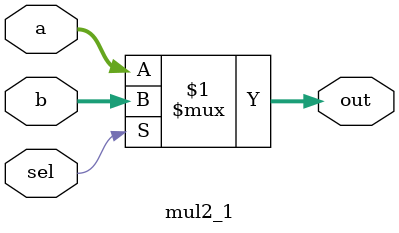
<source format=v>
module mul2_1 (
    input wire [31:0] a,b,
    input wire sel,
    output wire [31:0] out
);
assign out = sel? b : a;
    
endmodule
</source>
